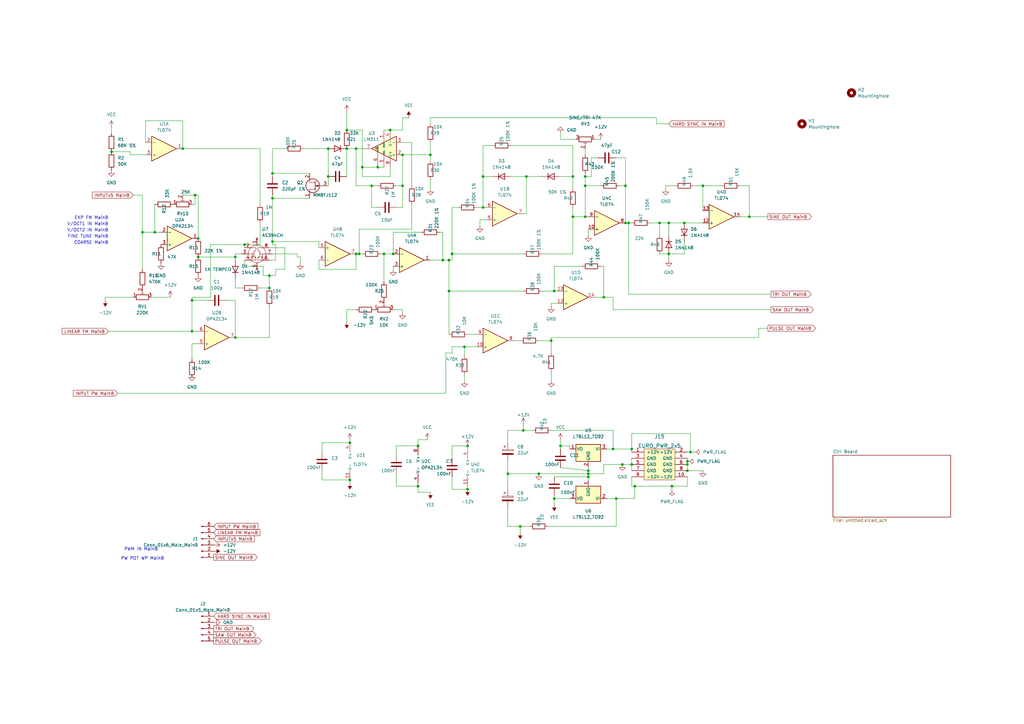
<source format=kicad_sch>
(kicad_sch (version 20211123) (generator eeschema)
  (paper "A3")
  (title_block (title "Eurorack yusynth VCO") (date "2023-02-14"))
  (junction (at 160.02 53.34))
  (junction (at 110.49 113.03))
  (junction (at 146.05 60.96))
  (junction (at 281.94 190.5))
  (junction (at 240.03 72.39))
  (junction (at 257.81 91.44))
  (junction (at 220.98 194.31))
  (junction (at 213.36 215.9))
  (junction (at 226.06 139.7))
  (junction (at 110.49 118.11))
  (junction (at 191.77 200.66))
  (junction (at 165.1 76.2))
  (junction (at 134.62 60.96))
  (junction (at 154.94 68.58))
  (junction (at 185.42 104.14))
  (junction (at 171.45 182.88))
  (junction (at 280.67 91.44))
  (junction (at 45.72 62.23))
  (junction (at 165.1 63.5))
  (junction (at 247.65 121.92))
  (junction (at 81.28 105.41))
  (junction (at 184.15 106.68))
  (junction (at 111.76 71.12))
  (junction (at 81.28 97.79))
  (junction (at 240.03 76.2))
  (junction (at 255.27 190.5))
  (junction (at 288.29 76.2))
  (junction (at 111.76 99.06))
  (junction (at 227.33 204.47))
  (junction (at 307.34 88.9))
  (junction (at 111.76 81.28))
  (junction (at 161.29 104.14))
  (junction (at 148.59 68.58))
  (junction (at 229.87 182.88))
  (junction (at 270.51 91.44))
  (junction (at 198.12 85.09))
  (junction (at 241.3 193.04))
  (junction (at 142.24 60.96))
  (junction (at 274.32 104.14))
  (junction (at 214.63 176.53))
  (junction (at 240.03 88.9))
  (junction (at 241.3 195.58))
  (junction (at 143.51 181.61))
  (junction (at 78.74 123.19))
  (junction (at 234.95 72.39))
  (junction (at 208.28 194.31))
  (junction (at 100.33 100.33))
  (junction (at 260.35 199.39))
  (junction (at 142.24 53.34))
  (junction (at 191.77 182.88))
  (junction (at 281.94 193.04))
  (junction (at 234.95 88.9))
  (junction (at 80.01 80.01))
  (junction (at 241.3 194.31))
  (junction (at 63.5 95.25))
  (junction (at 74.93 60.96))
  (junction (at 275.59 199.39))
  (junction (at 227.33 119.38))
  (junction (at 198.12 72.39))
  (junction (at 146.05 104.14))
  (junction (at 259.08 184.15))
  (junction (at 274.32 91.44))
  (junction (at 58.42 95.25))
  (junction (at 78.74 135.89))
  (junction (at 147.32 104.14))
  (junction (at 184.15 119.38))
  (junction (at 190.5 142.24))
  (junction (at 134.62 72.39))
  (junction (at 251.46 184.15))
  (junction (at 96.52 105.41))
  (junction (at 256.54 76.2))
  (junction (at 256.54 91.44))
  (junction (at 283.21 185.42))
  (junction (at 157.48 104.14))
  (junction (at 143.51 196.85))
  (junction (at 171.45 199.39))
  (junction (at 259.08 190.5))
  (junction (at 252.73 204.47))
  (junction (at 96.52 138.43))
  (junction (at 181.61 106.68))
  (junction (at 215.9 72.39))
  (junction (at 176.53 63.5))
  (junction (at 281.94 189.23))
  (junction (at 152.4 76.2))
  (wire (pts (xy 185.42 200.66) (xy 191.77 200.66)))
  (wire (pts (xy 224.79 215.9) (xy 252.73 215.9)))
  (wire (pts (xy 307.34 88.9) (xy 314.96 88.9)))
  (wire (pts (xy 161.29 95.25) (xy 161.29 104.14)))
  (wire (pts (xy 185.42 187.96) (xy 185.42 182.88)))
  (wire (pts (xy 227.33 204.47) (xy 227.33 207.01)))
  (wire (pts (xy 96.52 123.19) (xy 96.52 138.43)))
  (wire (pts (xy 220.98 194.31) (xy 241.3 194.31)))
  (wire (pts (xy 259.08 195.58) (xy 259.08 199.39)))
  (wire (pts (xy 256.54 91.44) (xy 257.81 91.44)))
  (wire (pts (xy 226.06 176.53) (xy 251.46 176.53)))
  (wire (pts (xy 199.39 90.17) (xy 196.85 90.17)))
  (wire (pts (xy 78.74 140.97) (xy 78.74 147.32)))
  (wire (pts (xy 106.68 60.96) (xy 74.93 60.96)))
  (wire (pts (xy 214.63 104.14) (xy 185.42 104.14)))
  (wire (pts (xy 111.76 81.28) (xy 111.76 99.06)))
  (wire (pts (xy 165.1 85.09) (xy 165.1 76.2)))
  (wire (pts (xy 259.08 190.5) (xy 259.08 193.04)))
  (wire (pts (xy 172.72 95.25) (xy 161.29 95.25)))
  (wire (pts (xy 234.95 59.69) (xy 234.95 72.39)))
  (wire (pts (xy 236.22 57.15) (xy 229.87 57.15)))
  (wire (pts (xy 198.12 72.39) (xy 198.12 85.09)))
  (wire (pts (xy 274.32 91.44) (xy 280.67 91.44)))
  (wire (pts (xy 78.74 123.19) (xy 78.74 135.89)))
  (wire (pts (xy 281.94 195.58) (xy 281.94 199.39)))
  (wire (pts (xy 78.74 121.92) (xy 86.36 121.92)))
  (wire (pts (xy 217.17 215.9) (xy 213.36 215.9)))
  (wire (pts (xy 110.49 125.73) (xy 110.49 138.43)))
  (wire (pts (xy 242.57 72.39) (xy 240.03 72.39)))
  (wire (pts (xy 214.63 87.63) (xy 215.9 87.63)))
  (wire (pts (xy 233.68 182.88) (xy 233.68 184.15)))
  (wire (pts (xy 227.33 109.22) (xy 227.33 119.38)))
  (wire (pts (xy 121.92 104.14) (xy 121.92 105.41)))
  (wire (pts (xy 58.42 95.25) (xy 58.42 110.49)))
  (wire (pts (xy 54.61 121.92) (xy 43.18 121.92)))
  (wire (pts (xy 154.94 68.58) (xy 157.48 68.58)))
  (wire (pts (xy 222.25 104.14) (xy 234.95 104.14)))
  (wire (pts (xy 176.53 58.42) (xy 176.53 63.5)))
  (wire (pts (xy 251.46 127) (xy 251.46 121.92)))
  (wire (pts (xy 234.95 88.9) (xy 240.03 88.9)))
  (wire (pts (xy 81.28 105.41) (xy 96.52 105.41)))
  (wire (pts (xy 62.23 121.92) (xy 69.85 121.92)))
  (wire (pts (xy 288.29 76.2) (xy 288.29 86.36)))
  (wire (pts (xy 107.95 109.22) (xy 107.95 113.03)))
  (wire (pts (xy 220.98 139.7) (xy 226.06 139.7)))
  (wire (pts (xy 185.42 142.24) (xy 190.5 142.24)))
  (wire (pts (xy 227.33 119.38) (xy 228.6 119.38)))
  (wire (pts (xy 288.29 76.2) (xy 295.91 76.2)))
  (wire (pts (xy 80.01 80.01) (xy 81.28 80.01)))
  (wire (pts (xy 227.33 203.2) (xy 227.33 204.47)))
  (wire (pts (xy 148.59 68.58) (xy 148.59 53.34)))
  (wire (pts (xy 241.3 194.31) (xy 247.65 194.31)))
  (wire (pts (xy 147.32 93.98) (xy 147.32 104.14)))
  (wire (pts (xy 171.45 199.39) (xy 171.45 198.12)))
  (wire (pts (xy 185.42 104.14) (xy 185.42 106.68)))
  (wire (pts (xy 274.32 91.44) (xy 274.32 96.52)))
  (wire (pts (xy 187.96 85.09) (xy 185.42 85.09)))
  (wire (pts (xy 307.34 76.2) (xy 307.34 88.9)))
  (wire (pts (xy 228.6 124.46) (xy 226.06 124.46)))
  (wire (pts (xy 241.3 195.58) (xy 241.3 196.85)))
  (wire (pts (xy 154.94 85.09) (xy 152.4 85.09)))
  (wire (pts (xy 168.91 58.42) (xy 168.91 76.2)))
  (wire (pts (xy 116.84 101.6) (xy 116.84 110.49)))
  (wire (pts (xy 196.85 90.17) (xy 196.85 92.71)))
  (wire (pts (xy 185.42 85.09) (xy 185.42 104.14)))
  (wire (pts (xy 58.42 80.01) (xy 58.42 95.25)))
  (wire (pts (xy 96.52 114.3) (xy 96.52 118.11)))
  (wire (pts (xy 259.08 184.15) (xy 259.08 177.8)))
  (wire (pts (xy 146.05 104.14) (xy 146.05 110.49)))
  (wire (pts (xy 208.28 181.61) (xy 208.28 176.53)))
  (wire (pts (xy 190.5 142.24) (xy 190.5 146.05)))
  (wire (pts (xy 303.53 76.2) (xy 307.34 76.2)))
  (wire (pts (xy 242.57 64.77) (xy 242.57 72.39)))
  (wire (pts (xy 233.68 204.47) (xy 227.33 204.47)))
  (wire (pts (xy 213.36 215.9) (xy 213.36 218.44)))
  (wire (pts (xy 303.53 88.9) (xy 307.34 88.9)))
  (wire (pts (xy 165.1 127) (xy 165.1 128.27)))
  (wire (pts (xy 240.03 76.2) (xy 246.38 76.2)))
  (wire (pts (xy 78.74 154.94) (xy 78.74 153.67)))
  (wire (pts (xy 110.49 106.68) (xy 113.03 106.68)))
  (wire (pts (xy 181.61 106.68) (xy 176.53 106.68)))
  (wire (pts (xy 246.38 109.22) (xy 247.65 109.22)))
  (wire (pts (xy 226.06 152.4) (xy 226.06 156.21)))
  (wire (pts (xy 195.58 142.24) (xy 190.5 142.24)))
  (wire (pts (xy 229.87 184.15) (xy 229.87 182.88)))
  (wire (pts (xy 185.42 182.88) (xy 191.77 182.88)))
  (wire (pts (xy 171.45 199.39) (xy 171.45 201.93)))
  (wire (pts (xy 248.92 204.47) (xy 252.73 204.47)))
  (wire (pts (xy 162.56 85.09) (xy 165.1 85.09)))
  (wire (pts (xy 54.61 80.01) (xy 58.42 80.01)))
  (wire (pts (xy 146.05 60.96) (xy 149.86 60.96)))
  (wire (pts (xy 59.69 58.42) (xy 59.69 49.53)))
  (wire (pts (xy 181.61 95.25) (xy 181.61 106.68)))
  (wire (pts (xy 266.7 91.44) (xy 270.51 91.44)))
  (wire (pts (xy 111.76 71.12) (xy 111.76 72.39)))
  (wire (pts (xy 74.93 80.01) (xy 80.01 80.01)))
  (wire (pts (xy 111.76 60.96) (xy 116.84 60.96)))
  (wire (pts (xy 123.19 105.41) (xy 123.19 107.95)))
  (wire (pts (xy 210.82 139.7) (xy 213.36 139.7)))
  (wire (pts (xy 215.9 72.39) (xy 209.55 72.39)))
  (wire (pts (xy 143.51 180.34) (xy 143.51 181.61)))
  (wire (pts (xy 222.25 119.38) (xy 227.33 119.38)))
  (wire (pts (xy 130.81 99.06) (xy 130.81 101.6)))
  (wire (pts (xy 280.67 99.06) (xy 280.67 104.14)))
  (wire (pts (xy 111.76 81.28) (xy 127 81.28)))
  (wire (pts (xy 154.94 68.58) (xy 148.59 68.58)))
  (wire (pts (xy 311.15 134.62) (xy 314.96 134.62)))
  (wire (pts (xy 165.1 76.2) (xy 162.56 76.2)))
  (wire (pts (xy 78.74 83.82) (xy 80.01 83.82)))
  (wire (pts (xy 86.36 121.92) (xy 86.36 100.33)))
  (wire (pts (xy 218.44 176.53) (xy 214.63 176.53)))
  (wire (pts (xy 191.77 200.66) (xy 191.77 199.39)))
  (wire (pts (xy 241.3 191.77) (xy 241.3 193.04)))
  (wire (pts (xy 142.24 60.96) (xy 146.05 60.96)))
  (wire (pts (xy 171.45 180.34) (xy 171.45 182.88)))
  (wire (pts (xy 162.56 199.39) (xy 171.45 199.39)))
  (wire (pts (xy 274.32 104.14) (xy 274.32 106.68)))
  (wire (pts (xy 269.24 48.26) (xy 269.24 50.8)))
  (wire (pts (xy 116.84 110.49) (xy 113.03 110.49)))
  (wire (pts (xy 281.94 190.5) (xy 281.94 193.04)))
  (wire (pts (xy 111.76 60.96) (xy 111.76 71.12)))
  (wire (pts (xy 134.62 60.96) (xy 134.62 72.39)))
  (wire (pts (xy 157.48 53.34) (xy 160.02 53.34)))
  (wire (pts (xy 241.3 193.04) (xy 241.3 194.31)))
  (wire (pts (xy 146.05 76.2) (xy 146.05 60.96)))
  (wire (pts (xy 176.53 48.26) (xy 269.24 48.26)))
  (wire (pts (xy 247.65 121.92) (xy 251.46 121.92)))
  (wire (pts (xy 81.28 80.01) (xy 81.28 97.79)))
  (wire (pts (xy 63.5 95.25) (xy 66.04 95.25)))
  (wire (pts (xy 182.88 144.78) (xy 185.42 144.78)))
  (wire (pts (xy 152.4 85.09) (xy 152.4 76.2)))
  (wire (pts (xy 259.08 199.39) (xy 260.35 199.39)))
  (wire (pts (xy 53.34 63.5) (xy 53.34 62.23)))
  (wire (pts (xy 259.08 177.8) (xy 283.21 177.8)))
  (wire (pts (xy 184.15 106.68) (xy 185.42 106.68)))
  (wire (pts (xy 107.95 113.03) (xy 110.49 113.03)))
  (wire (pts (xy 113.03 106.68) (xy 113.03 100.33)))
  (wire (pts (xy 181.61 106.68) (xy 184.15 106.68)))
  (wire (pts (xy 209.55 59.69) (xy 234.95 59.69)))
  (wire (pts (xy 85.09 123.19) (xy 78.74 123.19)))
  (wire (pts (xy 252.73 215.9) (xy 252.73 204.47)))
  (wire (pts (xy 255.27 190.5) (xy 247.65 190.5)))
  (wire (pts (xy 226.06 124.46) (xy 226.06 125.73)))
  (wire (pts (xy 165.1 63.5) (xy 176.53 63.5)))
  (wire (pts (xy 240.03 71.12) (xy 240.03 72.39)))
  (wire (pts (xy 247.65 109.22) (xy 247.65 121.92)))
  (wire (pts (xy 259.08 185.42) (xy 259.08 184.15)))
  (wire (pts (xy 251.46 127) (xy 316.23 127)))
  (wire (pts (xy 260.35 199.39) (xy 275.59 199.39)))
  (wire (pts (xy 281.94 187.96) (xy 281.94 189.23)))
  (wire (pts (xy 176.53 50.8) (xy 176.53 48.26)))
  (wire (pts (xy 162.56 182.88) (xy 171.45 182.88)))
  (wire (pts (xy 276.86 76.2) (xy 273.05 76.2)))
  (wire (pts (xy 148.59 68.58) (xy 148.59 72.39)))
  (wire (pts (xy 127 71.12) (xy 111.76 71.12)))
  (wire (pts (xy 251.46 184.15) (xy 259.08 184.15)))
  (wire (pts (xy 176.53 66.04) (xy 176.53 63.5)))
  (wire (pts (xy 201.93 59.69) (xy 198.12 59.69)))
  (wire (pts (xy 234.95 88.9) (xy 234.95 104.14)))
  (wire (pts (xy 256.54 64.77) (xy 256.54 76.2)))
  (wire (pts (xy 191.77 137.16) (xy 195.58 137.16)))
  (wire (pts (xy 185.42 144.78) (xy 185.42 142.24)))
  (wire (pts (xy 45.72 54.61) (xy 45.72 52.07)))
  (wire (pts (xy 184.15 119.38) (xy 184.15 137.16)))
  (wire (pts (xy 257.81 91.44) (xy 259.08 91.44)))
  (wire (pts (xy 44.45 135.89) (xy 78.74 135.89)))
  (wire (pts (xy 106.68 91.44) (xy 106.68 100.33)))
  (wire (pts (xy 143.51 198.12) (xy 143.51 196.85)))
  (wire (pts (xy 167.64 48.26) (xy 165.1 48.26)))
  (wire (pts (xy 208.28 208.28) (xy 208.28 215.9)))
  (wire (pts (xy 124.46 60.96) (xy 134.62 60.96)))
  (wire (pts (xy 165.1 58.42) (xy 168.91 58.42)))
  (wire (pts (xy 241.3 93.98) (xy 241.3 96.52)))
  (wire (pts (xy 257.81 120.65) (xy 316.23 120.65)))
  (wire (pts (xy 111.76 100.33) (xy 113.03 100.33)))
  (wire (pts (xy 184.15 119.38) (xy 214.63 119.38)))
  (wire (pts (xy 190.5 153.67) (xy 190.5 156.21)))
  (wire (pts (xy 78.74 135.89) (xy 81.28 135.89)))
  (wire (pts (xy 165.1 48.26) (xy 165.1 53.34)))
  (wire (pts (xy 175.26 180.34) (xy 171.45 180.34)))
  (wire (pts (xy 229.87 182.88) (xy 233.68 182.88)))
  (wire (pts (xy 134.62 72.39) (xy 134.62 76.2)))
  (wire (pts (xy 110.49 113.03) (xy 113.03 113.03)))
  (wire (pts (xy 283.21 177.8) (xy 283.21 185.42)))
  (wire (pts (xy 281.94 189.23) (xy 281.94 190.5)))
  (wire (pts (xy 280.67 91.44) (xy 288.29 91.44)))
  (wire (pts (xy 100.33 100.33) (xy 100.33 101.6)))
  (wire (pts (xy 154.94 76.2) (xy 152.4 76.2)))
  (wire (pts (xy 234.95 72.39) (xy 234.95 77.47)))
  (wire (pts (xy 165.1 53.34) (xy 160.02 53.34)))
  (wire (pts (xy 214.63 173.99) (xy 214.63 176.53)))
  (wire (pts (xy 182.88 144.78) (xy 182.88 161.29)))
  (wire (pts (xy 247.65 121.92) (xy 243.84 121.92)))
  (wire (pts (xy 275.59 199.39) (xy 281.94 199.39)))
  (wire (pts (xy 259.08 187.96) (xy 259.08 190.5)))
  (wire (pts (xy 260.35 204.47) (xy 260.35 199.39)))
  (wire (pts (xy 208.28 176.53) (xy 214.63 176.53)))
  (wire (pts (xy 130.81 99.06) (xy 111.76 99.06)))
  (wire (pts (xy 96.52 138.43) (xy 110.49 138.43)))
  (wire (pts (xy 43.18 121.92) (xy 43.18 123.19)))
  (wire (pts (xy 191.77 182.88) (xy 191.77 184.15)))
  (wire (pts (xy 121.92 105.41) (xy 123.19 105.41)))
  (wire (pts (xy 160.02 72.39) (xy 160.02 68.58)))
  (wire (pts (xy 226.06 139.7) (xy 226.06 144.78)))
  (wire (pts (xy 59.69 63.5) (xy 53.34 63.5)))
  (wire (pts (xy 146.05 110.49) (xy 130.81 110.49)))
  (wire (pts (xy 96.52 104.14) (xy 99.06 104.14)))
  (wire (pts (xy 201.93 72.39) (xy 198.12 72.39)))
  (wire (pts (xy 53.34 62.23) (xy 45.72 62.23)))
  (wire (pts (xy 100.33 100.33) (xy 106.68 100.33)))
  (wire (pts (xy 161.29 127) (xy 165.1 127)))
  (wire (pts (xy 96.52 106.68) (xy 96.52 105.41)))
  (wire (pts (xy 240.03 88.9) (xy 241.3 88.9)))
  (wire (pts (xy 132.08 196.85) (xy 143.51 196.85)))
  (wire (pts (xy 165.1 63.5) (xy 165.1 76.2)))
  (wire (pts (xy 142.24 60.96) (xy 142.24 72.39)))
  (wire (pts (xy 208.28 194.31) (xy 220.98 194.31)))
  (wire (pts (xy 80.01 83.82) (xy 80.01 80.01)))
  (wire (pts (xy 281.94 185.42) (xy 283.21 185.42)))
  (wire (pts (xy 256.54 76.2) (xy 256.54 91.44)))
  (wire (pts (xy 257.81 120.65) (xy 257.81 91.44)))
  (wire (pts (xy 132.08 181.61) (xy 143.51 181.61)))
  (wire (pts (xy 240.03 72.39) (xy 240.03 76.2)))
  (wire (pts (xy 132.08 185.42) (xy 132.08 181.61)))
  (wire (pts (xy 252.73 64.77) (xy 256.54 64.77)))
  (wire (pts (xy 81.28 140.97) (xy 78.74 140.97)))
  (wire (pts (xy 180.34 95.25) (xy 181.61 95.25)))
  (wire (pts (xy 229.87 191.77) (xy 241.3 193.04)))
  (wire (pts (xy 198.12 59.69) (xy 198.12 72.39)))
  (wire (pts (xy 147.32 104.14) (xy 146.05 104.14)))
  (wire (pts (xy 48.26 161.29) (xy 182.88 161.29)))
  (wire (pts (xy 234.95 85.09) (xy 234.95 88.9)))
  (wire (pts (xy 132.08 193.04) (xy 132.08 196.85)))
  (wire (pts (xy 270.51 91.44) (xy 274.32 91.44)))
  (wire (pts (xy 247.65 190.5) (xy 247.65 194.31)))
  (wire (pts (xy 168.91 83.82) (xy 168.91 93.98)))
  (wire (pts (xy 106.68 83.82) (xy 106.68 60.96)))
  (wire (pts (xy 161.29 109.22) (xy 161.29 110.49)))
  (wire (pts (xy 148.59 53.34) (xy 142.24 53.34)))
  (wire (pts (xy 100.33 109.22) (xy 107.95 109.22)))
  (wire (pts (xy 198.12 85.09) (xy 199.39 85.09)))
  (wire (pts (xy 111.76 80.01) (xy 111.76 81.28)))
  (wire (pts (xy 215.9 87.63) (xy 215.9 72.39)))
  (wire (pts (xy 86.36 100.33) (xy 100.33 100.33)))
  (wire (pts (xy 176.53 201.93) (xy 171.45 201.93)))
  (wire (pts (xy 215.9 72.39) (xy 222.25 72.39)))
  (wire (pts (xy 269.24 50.8) (xy 274.32 50.8)))
  (wire (pts (xy 251.46 176.53) (xy 251.46 184.15)))
  (wire (pts (xy 270.51 91.44) (xy 270.51 96.52)))
  (wire (pts (xy 111.76 104.14) (xy 121.92 104.14)))
  (wire (pts (xy 113.03 110.49) (xy 113.03 113.03)))
  (wire (pts (xy 259.08 190.5) (xy 255.27 190.5)))
  (wire (pts (xy 226.06 138.43) (xy 311.15 138.43)))
  (wire (pts (xy 288.29 193.04) (xy 281.94 193.04)))
  (wire (pts (xy 243.84 57.15) (xy 246.38 57.15)))
  (wire (pts (xy 208.28 194.31) (xy 208.28 200.66)))
  (wire (pts (xy 110.49 113.03) (xy 110.49 118.11)))
  (wire (pts (xy 74.93 49.53) (xy 74.93 60.96)))
  (wire (pts (xy 78.74 123.19) (xy 78.74 121.92)))
  (wire (pts (xy 148.59 104.14) (xy 147.32 104.14)))
  (wire (pts (xy 254 76.2) (xy 256.54 76.2)))
  (wire (pts (xy 208.28 189.23) (xy 208.28 194.31)))
  (wire (pts (xy 157.48 104.14) (xy 156.21 104.14)))
  (wire (pts (xy 111.76 99.06) (xy 111.76 100.33)))
  (wire (pts (xy 241.3 194.31) (xy 241.3 195.58)))
  (wire (pts (xy 283.21 185.42) (xy 284.48 185.42)))
  (wire (pts (xy 110.49 101.6) (xy 116.84 101.6)))
  (wire (pts (xy 148.59 72.39) (xy 160.02 72.39)))
  (wire (pts (xy 58.42 95.25) (xy 63.5 95.25)))
  (wire (pts (xy 142.24 45.72) (xy 142.24 53.34)))
  (wire (pts (xy 152.4 76.2) (xy 146.05 76.2)))
  (wire (pts (xy 195.58 85.09) (xy 198.12 85.09)))
  (wire (pts (xy 142.24 127) (xy 142.24 132.08)))
  (wire (pts (xy 184.15 106.68) (xy 184.15 119.38)))
  (wire (pts (xy 311.15 138.43) (xy 311.15 134.62)))
  (wire (pts (xy 248.92 184.15) (xy 251.46 184.15)))
  (wire (pts (xy 162.56 186.69) (xy 162.56 182.88)))
  (wire (pts (xy 229.87 72.39) (xy 234.95 72.39)))
  (wire (pts (xy 96.52 118.11) (xy 99.06 118.11)))
  (wire (pts (xy 106.68 118.11) (xy 110.49 118.11)))
  (wire (pts (xy 273.05 76.2) (xy 273.05 77.47)))
  (wire (pts (xy 229.87 54.61) (xy 229.87 57.15)))
  (wire (pts (xy 227.33 195.58) (xy 241.3 195.58)))
  (wire (pts (xy 168.91 93.98) (xy 147.32 93.98)))
  (wire (pts (xy 275.59 199.39) (xy 275.59 200.66)))
  (wire (pts (xy 176.53 73.66) (xy 176.53 77.47)))
  (wire (pts (xy 185.42 195.58) (xy 185.42 200.66)))
  (wire (pts (xy 284.48 76.2) (xy 288.29 76.2)))
  (wire (pts (xy 240.03 76.2) (xy 240.03 88.9)))
  (wire (pts (xy 252.73 204.47) (xy 260.35 204.47)))
  (wire (pts (xy 100.33 106.68) (xy 100.33 109.22)))
  (wire (pts (xy 238.76 109.22) (xy 227.33 109.22)))
  (wire (pts (xy 270.51 104.14) (xy 274.32 104.14)))
  (wire (pts (xy 130.81 110.49) (xy 130.81 106.68)))
  (wire (pts (xy 161.29 104.14) (xy 157.48 104.14)))
  (wire (pts (xy 146.05 127) (xy 142.24 127)))
  (wire (pts (xy 96.52 104.14) (xy 96.52 105.41)))
  (wire (pts (xy 162.56 194.31) (xy 162.56 199.39)))
  (wire (pts (xy 59.69 49.53) (xy 74.93 49.53)))
  (wire (pts (xy 92.71 123.19) (xy 96.52 123.19)))
  (wire (pts (xy 157.48 104.14) (xy 157.48 115.57)))
  (wire (pts (xy 63.5 83.82) (xy 63.5 95.25)))
  (wire (pts (xy 240.03 60.96) (xy 240.03 63.5)))
  (wire (pts (xy 226.06 138.43) (xy 226.06 139.7)))
  (wire (pts (xy 274.32 104.14) (xy 280.67 104.14)))
  (wire (pts (xy 229.87 180.34) (xy 229.87 182.88)))
  (wire (pts (xy 208.28 215.9) (xy 213.36 215.9)))
  (wire (pts (xy 245.11 64.77) (xy 242.57 64.77)))
  (text "FINE TUNE MainB" (at 44.45 97.79 180) (effects (font (size 1.27 1.27)) (justify right bottom)))
  (text "V/OCT2 IN MainB" (at 44.45 95.25 180) (effects (font (size 1.27 1.27)) (justify right bottom)))
  (text "V/OCT1 IN MainB" (at 44.45 92.71 180) (effects (font (size 1.27 1.27)) (justify right bottom)))
  (text "EXP FM MainB" (at 44.45 90.17 180) (effects (font (size 1.27 1.27)) (justify right bottom)))
  (text "PW POT WP MainB" (at 67.31 229.87 180) (effects (font (size 1.27 1.27)) (justify right bottom)))
  (text "COARSE MainB" (at 44.45 100.33 180) (effects (font (size 1.27 1.27)) (justify right bottom)))
  (text "PWM IN MainB" (at 64.77 226.06 180) (effects (font (size 1.27 1.27)) (justify right bottom)))
  (global_label "HARD SYNC IN MainB" (shape input) (at 87.63 252.73 0) (property "Références Inter-Feuilles" "${INTERSHEET_REFS}" (effects hide)))
  (global_label "LINEAR FM MainB" (shape input) (at 44.45 135.89 180) (property "Références Inter-Feuilles" "${INTERSHEET_REFS}" (effects hide)))
  (global_label "INPUTx5 MainB" (shape input) (at 87.63 220.98 0) (property "Références Inter-Feuilles" "${INTERSHEET_REFS}" (effects hide)))
  (global_label "INPUTx5 MainB" (shape input) (at 54.61 80.01 180) (property "Références Inter-Feuilles" "${INTERSHEET_REFS}" (effects hide)))
  (global_label "SINE OUT MainB" (shape output) (at 314.96 88.9 0) (property "Références Inter-Feuilles" "${INTERSHEET_REFS}" (effects hide)))
  (global_label "HARD SYNC IN MainB" (shape input) (at 274.32 50.8 0) (property "Références Inter-Feuilles" "${INTERSHEET_REFS}" (effects hide)))
  (global_label "SINE OUT MainB" (shape output) (at 87.63 228.6 0) (property "Références Inter-Feuilles" "${INTERSHEET_REFS}" (effects hide)))
  (global_label "SAW OUT MainB" (shape output) (at 87.63 260.35 0) (property "Références Inter-Feuilles" "${INTERSHEET_REFS}" (effects hide)))
  (global_label "INPUT PW MainB" (shape input) (at 48.26 161.29 180) (property "Références Inter-Feuilles" "${INTERSHEET_REFS}" (effects hide)))
  (global_label "SAW OUT MainB" (shape output) (at 316.23 127 0) (property "Références Inter-Feuilles" "${INTERSHEET_REFS}" (effects hide)))
  (global_label "TRI OUT MainB" (shape output) (at 316.23 120.65 0) (property "Références Inter-Feuilles" "${INTERSHEET_REFS}" (effects hide)))
  (global_label "TRI OUT MainB" (shape output) (at 87.63 257.81 0) (property "Références Inter-Feuilles" "${INTERSHEET_REFS}" (effects hide)))
  (global_label "PULSE OUT MainB" (shape output) (at 314.96 134.62 0) (property "Références Inter-Feuilles" "${INTERSHEET_REFS}" (effects hide)))
  (global_label "PULSE OUT MainB" (shape output) (at 87.63 262.89 0) (property "Références Inter-Feuilles" "${INTERSHEET_REFS}" (effects hide)))
  (global_label "LINEAR FM MainB" (shape input) (at 87.63 218.44 0) (property "Références Inter-Feuilles" "${INTERSHEET_REFS}" (effects hide)))
  (global_label "INPUT PW MainB" (shape input) (at 87.63 215.9 0) (property "Références Inter-Feuilles" "${INTERSHEET_REFS}" (effects hide)))
  (symbol (lib_id "Device:R") (at 191.77 85.09 90) (unit 1)
    (property "Reference" "R34" (at 191.77 81.28 0) (effects (justify right)))
    (property "Value" "100K 1%" (at 194.31 74.93 0) (effects (justify right)))
    (property "Footprint" "Resistor_THT:R_Axial_DIN0207_L6.3mm_D2.5mm_P5.08mm_Vertical" (effects hide))
  )
  (symbol (lib_id "Device:R") (at 152.4 104.14 90) (unit 1)
    (property "Reference" "R23" (at 152.4 100.33 0) (effects (justify right)))
    (property "Value" "100K" (at 154.94 96.52 0) (effects (justify right)))
    (property "Footprint" "Resistor_THT:R_Axial_DIN0207_L6.3mm_D2.5mm_P5.08mm_Vertical" (effects hide))
  )
  (symbol (lib_id "power:GND") (at 255.27 190.5 0) (unit 1)
    (property "Reference" "#PWR0101" (effects hide))
    (property "Value" "GND" (at 255.27 195.58 0))
  )
  (symbol (lib_id "power:+12V") (at 87.63 223.52 270) (unit 1)
    (property "Reference" "#PWR040" (effects hide))
    (property "Value" "+12V" (at 91.44 223.5199 90) (effects (justify left)))
  )
  (symbol (lib_id "power:GND") (at 220.98 194.31 0) (unit 1)
    (property "Reference" "#PWR027" (effects hide))
    (property "Value" "GND" (at 220.98 199.39 0))
  )
  (symbol (lib_id "Device:C") (at 248.92 64.77 90) (mirror x) (unit 1)
    (property "Reference" "C12" (at 252.73 62.23 90))
    (property "Value" "47pF" (at 248.92 59.69 90))
    (property "Footprint" "Capacitor_THT:C_Disc_D3.0mm_W2.0mm_P2.50mm" (effects hide))
  )
  (symbol (lib_id "power:GND") (at 273.05 77.47 0) (unit 1)
    (property "Reference" "#PWR035" (effects hide))
    (property "Value" "GND" (at 273.05 82.55 0))
  )
  (symbol (lib_id "Amplifier_Operational:TL074") (at 168.91 106.68 0) (mirror x) (unit 1)
    (property "Reference" "U4" (at 168.91 96.52 0))
    (property "Value" "TL074" (at 168.91 99.06 0))
    (property "Footprint" "Package_DIP:DIP-14_W7.62mm_LongPads" (effects hide))
    (property "Datasheet" "http://www.ti.com/lit/ds/symlink/tl071.pdf" (effects hide))
  )
  (symbol (lib_id "Device:R") (at 218.44 104.14 90) (unit 1)
    (property "Reference" "R37" (at 218.44 100.33 0) (effects (justify right)))
    (property "Value" "100K 1%" (at 220.98 93.98 0) (effects (justify right)))
    (property "Footprint" "Resistor_THT:R_Axial_DIN0207_L6.3mm_D2.5mm_P5.08mm_Vertical" (effects hide))
  )
  (symbol (lib_id "Device:R") (at 176.53 54.61 0) (unit 1)
    (property "Reference" "R29" (at 180.34 54.61 0) (effects (justify right)))
    (property "Value" "10K" (at 181.61 52.07 0) (effects (justify right)))
    (property "Footprint" "Resistor_THT:R_Axial_DIN0207_L6.3mm_D2.5mm_P5.08mm_Vertical" (effects hide))
  )
  (symbol (lib_id "Diode:1N4148") (at 280.67 95.25 90) (unit 1)
    (property "Reference" "D6" (at 283.21 93.9799 90) (effects (justify right)))
    (property "Value" "1N4148" (at 283.21 96.5199 90) (effects (justify right)))
    (property "Footprint" "Diode_THT:D_DO-35_SOD27_P7.62mm_Horizontal" (effects hide))
    (property "Datasheet" "https://assets.nexperia.com/documents/data-sheet/1N4148_1N4448.pdf" (effects hide))
  )
  (symbol (lib_id "power:+12V") (at 246.38 57.15 0) (unit 1)
    (property "Reference" "#PWR034" (effects hide))
    (property "Value" "+12V" (at 246.38 52.07 0))
  )
  (symbol (lib_id "Device:R") (at 217.17 139.7 90) (unit 1)
    (property "Reference" "R36" (at 217.17 135.89 0) (effects (justify right)))
    (property "Value" "10K" (at 219.71 132.08 0) (effects (justify right)))
    (property "Footprint" "Resistor_THT:R_Axial_DIN0207_L6.3mm_D2.5mm_P5.08mm_Vertical" (effects hide))
  )
  (symbol (lib_id "Device:C_Polarized") (at 208.28 204.47 0) (unit 1)
    (property "Reference" "C9" (at 212.09 202.3109 0) (effects (justify left)))
    (property "Value" "22uF" (at 212.09 204.8509 0) (effects (justify left)))
    (property "Footprint" "Capacitor_THT:CP_Radial_D5.0mm_P2.00mm" (effects hide))
  )
  (symbol (lib_id "Device:R") (at 120.65 60.96 90) (unit 1)
    (property "Reference" "R20" (at 120.65 57.15 0) (effects (justify right)))
    (property "Value" "100K" (at 118.11 55.88 0) (effects (justify right)))
    (property "Footprint" "Resistor_THT:R_Axial_DIN0207_L6.3mm_D2.5mm_P5.08mm_Vertical" (effects hide))
  )
  (symbol (lib_id "Connector:Conn_01x05_Male") (at 82.55 257.81 0) (unit 1)
    (property "Reference" "J2" (at 83.185 247.65 0))
    (property "Value" "Conn_01x5_Male_MainB" (at 83.185 250.19 0))
    (property "Footprint" "Connector_PinHeader_2.54mm:PinHeader_1x05_P2.54mm_Vertical" (effects hide))
  )
  (symbol (lib_id "Mechanical:MountingHole") (at 349.25 38.1 0) (unit 1)
    (property "Reference" "H2" (at 351.79 36.8299 0) (effects (justify left)))
    (property "Value" "MountingHole" (at 351.79 39.3699 0) (effects (justify left)))
    (property "Footprint" "MountingHole:MountingHole_3.2mm_M3" (effects hide))
  )
  (symbol (lib_id "power:VCC") (at 229.87 180.34 0) (unit 1)
    (property "Reference" "#PWR032" (effects hide))
    (property "Value" "VCC" (at 229.87 175.26 0))
  )
  (symbol (lib_id "Device:C") (at 162.56 190.5 0) (unit 1)
    (property "Reference" "C6" (at 166.37 189.2299 0) (effects (justify left)))
    (property "Value" "100nF" (at 156.21 193.04 0) (effects (justify left)))
    (property "Footprint" "Capacitor_THT:C_Rect_L7.0mm_W3.5mm_P5.00mm" (effects hide))
  )
  (symbol (lib_id "Device:R_Potentiometer_Trim") (at 74.93 83.82 90) (unit 1)
    (property "Reference" "RV10" (at 74.93 87.63 90))
    (property "Value" "25K" (at 76.2 78.74 90))
    (property "Footprint" "Potentiometer_THT:Potentiometer_Bourns_3266Y_Vertical" (effects hide))
  )
  (symbol (lib_id "power:-12V") (at 43.18 123.19 180) (unit 1)
    (property "Reference" "#PWR01" (effects hide))
    (property "Value" "-12V" (at 43.18 128.27 0))
  )
  (symbol (lib_id "Device:R_Potentiometer_Trim") (at 157.48 127 90) (unit 1)
    (property "Reference" "RV2" (at 157.48 130.81 90))
    (property "Value" "10K" (at 157.48 133.35 90))
    (property "Footprint" "Potentiometer_THT:Potentiometer_Bourns_3266Y_Vertical" (effects hide))
  )
  (symbol (lib_id "power:GND") (at 81.28 113.03 0) (unit 1)
    (property "Reference" "#PWR09" (effects hide))
    (property "Value" "GND" (at 81.28 118.11 0))
  )
  (symbol (lib_id "Device:R") (at 149.86 127 270) (unit 1)
    (property "Reference" "R22" (at 149.86 130.81 0) (effects (justify right)))
    (property "Value" "5K6" (at 152.4 133.35 0) (effects (justify right)))
    (property "Footprint" "Resistor_THT:R_Axial_DIN0207_L6.3mm_D2.5mm_P5.08mm_Vertical" (effects hide))
  )
  (symbol (lib_id "Amplifier_Operational:TL074") (at 203.2 139.7 0) (mirror x) (unit 3)
    (property "Reference" "U1" (at 203.2 129.54 0))
    (property "Value" "TL074" (at 203.2 132.08 0))
    (property "Footprint" "Package_DIP:DIP-14_W7.62mm_LongPads" (effects hide))
    (property "Datasheet" "http://www.ti.com/lit/ds/symlink/tl071.pdf" (effects hide))
  )
  (symbol (lib_id "Device:R") (at 250.19 76.2 90) (unit 1)
    (property "Reference" "R45" (at 248.92 72.39 0) (effects (justify right)))
    (property "Value" "200K 1%" (at 251.46 66.04 0) (effects (justify right)))
    (property "Footprint" "Resistor_THT:R_Axial_DIN0207_L6.3mm_D2.5mm_P5.08mm_Vertical" (effects hide))
  )
  (symbol (lib_id "Amplifier_Operational:TL074") (at 146.05 189.23 0) (unit 5)
    (property "Reference" "U1" (at 146.05 186.69 0) (effects (justify left)))
    (property "Value" "TL074" (at 144.78 190.4999 0) (effects (justify left)))
    (property "Footprint" "Package_DIP:DIP-14_W7.62mm_LongPads" (effects hide))
    (property "Datasheet" "http://www.ti.com/lit/ds/symlink/tl071.pdf" (effects hide))
  )
  (symbol (lib_id "Device:R") (at 220.98 215.9 90) (unit 1)
    (property "Reference" "R39" (at 220.98 212.09 0) (effects (justify right)))
    (property "Value" "10" (at 222.25 210.82 0) (effects (justify right)))
    (property "Footprint" "Resistor_THT:R_Axial_DIN0207_L6.3mm_D2.5mm_P5.08mm_Vertical" (effects hide))
  )
  (symbol (lib_id "Device:R") (at 66.04 104.14 180) (unit 1)
    (property "Reference" "R11" (at 62.23 104.14 0) (effects (justify right)))
    (property "Value" "47K" (at 68.58 105.4099 0) (effects (justify right)))
    (property "Footprint" "Resistor_THT:R_Axial_DIN0207_L6.3mm_D2.5mm_P5.08mm_Vertical" (effects hide))
  )
  (symbol (lib_id "eurorack:EURO_PWR_2x5") (at 270.51 190.5 0) (unit 1)
    (property "Reference" "J15" (at 270.51 179.07 0) (effects (font (size 1.524 1.524))))
    (property "Value" "EURO_PWR_2x5" (at 270.51 182.88 0) (effects (font (size 1.524 1.524))))
    (property "Footprint" "eurorack:Eurorack_power_header" (effects hide))
  )
  (symbol (lib_id "Device:R") (at 168.91 80.01 0) (unit 1)
    (property "Reference" "R28" (at 172.72 80.01 0) (effects (justify right)))
    (property "Value" "10K" (at 173.99 77.47 0) (effects (justify right)))
    (property "Footprint" "Resistor_THT:R_Axial_DIN0207_L6.3mm_D2.5mm_P5.08mm_Vertical" (effects hide))
  )
  (symbol (lib_id "power:PWR_FLAG") (at 284.48 185.42 270) (unit 1)
    (property "Reference" "#FLG03" (effects hide))
    (property "Value" "PWR_FLAG" (at 288.29 185.4199 90) (effects (justify left)))
  )
  (symbol (lib_id "Device:R") (at 222.25 176.53 90) (unit 1)
    (property "Reference" "R40" (at 222.25 172.72 0) (effects (justify right)))
    (property "Value" "10" (at 223.52 171.45 0) (effects (justify right)))
    (property "Footprint" "Resistor_THT:R_Axial_DIN0207_L6.3mm_D2.5mm_P5.08mm_Vertical" (effects hide))
  )
  (symbol (lib_id "Device:C") (at 185.42 191.77 0) (unit 1)
    (property "Reference" "C7" (at 182.88 189.23 0) (effects (justify left)))
    (property "Value" "100nF" (at 179.07 194.31 0) (effects (justify left)))
    (property "Footprint" "Capacitor_THT:C_Rect_L7.0mm_W3.5mm_P5.00mm" (effects hide))
  )
  (symbol (lib_id "Diode:1N4148") (at 226.06 72.39 0) (unit 1)
    (property "Reference" "D4" (at 226.06 66.04 0))
    (property "Value" "1N4148" (at 226.06 68.58 0))
    (property "Footprint" "Diode_THT:D_DO-35_SOD27_P7.62mm_Horizontal" (effects hide))
    (property "Datasheet" "https://assets.nexperia.com/documents/data-sheet/1N4148_1N4448.pdf" (effects hide))
  )
  (symbol (lib_id "Device:R") (at 190.5 149.86 180) (unit 1)
    (property "Reference" "R33" (at 186.69 149.86 0) (effects (justify right)))
    (property "Value" "470K" (at 182.88 147.32 0) (effects (justify right)))
    (property "Footprint" "Resistor_THT:R_Axial_DIN0207_L6.3mm_D2.5mm_P5.08mm_Vertical" (effects hide))
  )
  (symbol (lib_id "power:GND") (at 274.32 106.68 0) (unit 1)
    (property "Reference" "#PWR036" (effects hide))
    (property "Value" "GND" (at 274.32 111.76 0))
  )
  (symbol (lib_id "Device:C") (at 227.33 199.39 0) (unit 1)
    (property "Reference" "C10" (at 231.14 198.1199 0) (effects (justify left)))
    (property "Value" "100nF" (at 229.87 201.93 0) (effects (justify left)))
    (property "Footprint" "Capacitor_THT:C_Rect_L7.0mm_W3.5mm_P5.00mm" (effects hide))
  )
  (symbol (lib_id "power:-12V") (at 142.24 132.08 180) (unit 1)
    (property "Reference" "#PWR012" (effects hide))
    (property "Value" "-12V" (at 144.78 133.3499 0) (effects (justify right)))
  )
  (symbol (lib_id "Device:R") (at 67.31 83.82 270) (unit 1)
    (property "Reference" "R12" (at 67.31 87.63 0) (effects (justify right)))
    (property "Value" "33K" (at 68.5799 81.28 0) (effects (justify right)))
    (property "Footprint" "Resistor_THT:R_Axial_DIN0207_L6.3mm_D2.5mm_P5.08mm_Vertical" (effects hide))
  )
  (symbol (lib_id "Amplifier_Operational:TL074") (at 295.91 88.9 0) (mirror x) (unit 4)
    (property "Reference" "U4" (at 295.91 78.74 0))
    (property "Value" "TL074" (at 295.91 81.28 0))
    (property "Footprint" "Package_DIP:DIP-14_W7.62mm_LongPads" (effects hide))
    (property "Datasheet" "http://www.ti.com/lit/ds/symlink/tl071.pdf" (effects hide))
  )
  (symbol (lib_id "Connector:Conn_01x06_Male") (at 82.55 223.52 0) (mirror x) (unit 1)
    (property "Reference" "J1" (at 81.28 220.9799 0) (effects (justify right)))
    (property "Value" "Conn_01x6_Male_MainB" (at 81.28 223.5199 0) (effects (justify right)))
    (property "Footprint" "Connector_PinHeader_2.54mm:PinHeader_1x06_P2.54mm_Vertical" (effects hide))
  )
  (symbol (lib_id "power:GND") (at 45.72 69.85 0) (unit 1)
    (property "Reference" "#PWR03" (effects hide))
    (property "Value" "GND" (at 45.72 74.93 0))
  )
  (symbol (lib_id "power:GND") (at 161.29 110.49 0) (unit 1)
    (property "Reference" "#PWR015" (effects hide))
    (property "Value" "GND" (at 161.29 115.57 0))
  )
  (symbol (lib_id "Device:C") (at 111.76 76.2 180) (unit 1)
    (property "Reference" "C2" (at 115.57 74.9299 0) (effects (justify right)))
    (property "Value" "220pF 1%" (at 115.57 77.4699 0) (effects (justify right)))
    (property "Footprint" "Capacitor_THT:C_Axial_L3.8mm_D2.6mm_P10.00mm_Horizontal" (effects hide))
  )
  (symbol (lib_id "Device:R") (at 157.48 119.38 180) (unit 1)
    (property "Reference" "R26" (at 153.67 119.38 0) (effects (justify right)))
    (property "Value" "100K" (at 149.86 116.84 0) (effects (justify right)))
    (property "Footprint" "Resistor_THT:R_Axial_DIN0207_L6.3mm_D2.5mm_P5.08mm_Vertical" (effects hide))
  )
  (symbol (lib_id "power:GND") (at 226.06 125.73 0) (unit 1)
    (property "Reference" "#PWR028" (effects hide))
    (property "Value" "GND" (at 226.06 130.81 0))
  )
  (symbol (lib_id "power:GND") (at 241.3 96.52 0) (unit 1)
    (property "Reference" "#PWR033" (effects hide))
    (property "Value" "GND" (at 241.3 101.6 0))
  )
  (symbol (lib_id "Device:C_Polarized") (at 208.28 185.42 0) (unit 1)
    (property "Reference" "C8" (at 212.09 183.2609 0) (effects (justify left)))
    (property "Value" "22uF" (at 212.09 185.8009 0) (effects (justify left)))
    (property "Footprint" "Capacitor_THT:CP_Radial_D5.0mm_P2.00mm" (effects hide))
  )
  (symbol (lib_id "Device:C") (at 229.87 187.96 0) (unit 1)
    (property "Reference" "C11" (at 233.68 186.6899 0) (effects (justify left)))
    (property "Value" "100nF" (at 223.52 190.5 0) (effects (justify left)))
    (property "Footprint" "Capacitor_THT:C_Rect_L7.0mm_W3.5mm_P5.00mm" (effects hide))
  )
  (symbol (lib_id "Amplifier_Operational:TL074") (at 248.92 91.44 0) (mirror x) (unit 3)
    (property "Reference" "U4" (at 248.92 81.28 0))
    (property "Value" "TL074" (at 248.92 83.82 0))
    (property "Footprint" "Package_DIP:DIP-14_W7.62mm_LongPads" (effects hide))
    (property "Datasheet" "http://www.ti.com/lit/ds/symlink/tl071.pdf" (effects hide))
  )
  (symbol (lib_id "Diode:1N4148") (at 96.52 110.49 90) (unit 1)
    (property "Reference" "D1" (at 99.06 109.2199 90) (effects (justify right)))
    (property "Value" "1N4148" (at 99.06 111.7599 90) (effects (justify right)))
    (property "Footprint" "Diode_THT:D_DO-35_SOD27_P7.62mm_Horizontal" (effects hide))
    (property "Datasheet" "https://assets.nexperia.com/documents/data-sheet/1N4148_1N4448.pdf" (effects hide))
  )
  (symbol (lib_id "Device:R") (at 242.57 109.22 90) (unit 1)
    (property "Reference" "R44" (at 242.57 105.41 0) (effects (justify right)))
    (property "Value" "100K" (at 245.11 101.6 0) (effects (justify right)))
    (property "Footprint" "Resistor_THT:R_Axial_DIN0207_L6.3mm_D2.5mm_P5.08mm_Vertical" (effects hide))
  )
  (symbol (lib_id "power:GND") (at 165.1 128.27 0) (unit 1)
    (property "Reference" "#PWR017" (effects hide))
    (property "Value" "GND" (at 165.1 133.35 0))
  )
  (symbol (lib_id "Amplifier_Operational:OPA2134") (at 73.66 97.79 0) (mirror x) (unit 1)
    (property "Reference" "U2" (at 73.66 90.17 0))
    (property "Value" "OPA2134" (at 74.93 92.71 0))
    (property "Footprint" "Package_DIP:DIP-8_W7.62mm_Socket_LongPads" (effects hide))
    (property "Datasheet" "http://www.ti.com/lit/ds/symlink/opa134.pdf" (effects hide))
  )
  (symbol (lib_id "power:+12V") (at 214.63 173.99 0) (unit 1)
    (property "Reference" "#PWR026" (effects hide))
    (property "Value" "+12V" (at 214.63 170.18 0))
  )
  (symbol (lib_id "Device:R") (at 299.72 76.2 90) (unit 1)
    (property "Reference" "R51" (at 299.72 72.39 0) (effects (justify right)))
    (property "Value" "15K" (at 302.26 68.58 0) (effects (justify right)))
    (property "Footprint" "Resistor_THT:R_Axial_DIN0207_L6.3mm_D2.5mm_P5.08mm_Vertical" (effects hide))
  )
  (symbol (lib_id "Device:R") (at 270.51 100.33 180) (unit 1)
    (property "Reference" "R48" (at 266.7 100.33 0) (effects (justify right)))
    (property "Value" "22K" (at 260.35 97.79 0) (effects (justify right)))
    (property "Footprint" "Resistor_THT:R_Axial_DIN0207_L6.3mm_D2.5mm_P5.08mm_Vertical" (effects hide))
  )
  (symbol (lib_id "power:GND") (at 78.74 153.67 0) (unit 1)
    (property "Reference" "#PWR08" (effects hide))
    (property "Value" "GND" (at 78.74 158.75 0))
  )
  (symbol (lib_id "Amplifier_Operational:TL074") (at 236.22 121.92 0) (mirror x) (unit 4)
    (property "Reference" "U1" (at 236.22 111.76 0))
    (property "Value" "TL074" (at 236.22 114.3 0))
    (property "Footprint" "Package_DIP:DIP-14_W7.62mm_LongPads" (effects hide))
    (property "Datasheet" "http://www.ti.com/lit/ds/symlink/tl071.pdf" (effects hide))
  )
  (symbol (lib_id "Device:R") (at 45.72 66.04 180) (unit 1)
    (property "Reference" "R2" (at 48.26 64.7699 0) (effects (justify right)))
    (property "Value" "50K" (at 48.26 67.3099 0) (effects (justify right)))
    (property "Footprint" "Resistor_THT:R_Axial_DIN0207_L6.3mm_D2.5mm_P5.08mm_Vertical" (effects hide))
  )
  (symbol (lib_id "Device:R") (at 234.95 81.28 180) (unit 1)
    (property "Reference" "R42" (at 231.14 81.28 0) (effects (justify right)))
    (property "Value" "50K 1%" (at 224.79 78.74 0) (effects (justify right)))
    (property "Footprint" "Resistor_THT:R_Axial_DIN0207_L6.3mm_D2.5mm_P5.08mm_Vertical" (effects hide))
  )
  (symbol (lib_id "Amplifier_Operational:OPA2134") (at 173.99 190.5 0) (unit 3)
    (property "Reference" "U2" (at 172.72 189.2299 0) (effects (justify left)))
    (property "Value" "OPA2134" (at 172.72 191.7699 0) (effects (justify left)))
    (property "Footprint" "Package_DIP:DIP-8_W7.62mm_Socket_LongPads" (effects hide))
    (property "Datasheet" "http://www.ti.com/lit/ds/symlink/opa134.pdf" (effects hide))
  )
  (symbol (lib_id "power:-12V") (at 213.36 218.44 180) (unit 1)
    (property "Reference" "#PWR025" (effects hide))
    (property "Value" "-12V" (at 213.36 223.52 0))
  )
  (symbol (lib_id "Regulator_Linear:L78L12_TO92") (at 241.3 184.15 0) (mirror y) (unit 1)
    (property "Reference" "U5" (at 241.3 176.53 0))
    (property "Value" "L78L12_TO92" (at 241.3 179.07 0))
    (property "Footprint" "Package_TO_SOT_THT:TO-92L_HandSolder" (effects hide))
    (property "Datasheet" "http://www.st.com/content/ccc/resource/technical/document/datasheet/15/55/e5/aa/23/5b/43/fd/CD00000446.pdf/files/CD00000446.pdf/jcr:content/translations/en.CD00000446.pdf" (effects hide))
  )
  (symbol (lib_id "Device:R") (at 240.03 67.31 0) (unit 1)
    (property "Reference" "R43" (at 243.84 67.31 0) (effects (justify right)))
    (property "Value" "150K" (at 247.65 68.58 0) (effects (justify right)))
    (property "Footprint" "Resistor_THT:R_Axial_DIN0207_L6.3mm_D2.5mm_P5.08mm_Vertical" (effects hide))
  )
  (symbol (lib_id "power:VEE") (at 167.64 48.26 0) (unit 1)
    (property "Reference" "#PWR016" (effects hide))
    (property "Value" "VEE" (at 167.64 43.18 0))
  )
  (symbol (lib_id "power:GND") (at 176.53 77.47 0) (unit 1)
    (property "Reference" "#PWR020" (effects hide))
    (property "Value" "GND" (at 176.53 82.55 0))
  )
  (symbol (lib_id "power:PWR_FLAG") (at 275.59 200.66 180) (unit 1)
    (property "Reference" "#FLG02" (effects hide))
    (property "Value" "PWR_FLAG" (at 275.59 205.74 0))
  )
  (symbol (lib_id "Device:R") (at 280.67 76.2 90) (unit 1)
    (property "Reference" "R49" (at 280.67 72.39 0) (effects (justify right)))
    (property "Value" "1.5K" (at 283.21 68.58 0) (effects (justify right)))
    (property "Footprint" "Resistor_THT:R_Axial_DIN0207_L6.3mm_D2.5mm_P5.08mm_Vertical" (effects hide))
  )
  (symbol (lib_id "Device:R_Potentiometer_Trim") (at 58.42 121.92 90) (unit 1)
    (property "Reference" "RV1" (at 58.42 125.73 90))
    (property "Value" "220K" (at 58.42 128.27 90))
    (property "Footprint" "Potentiometer_THT:Potentiometer_Bourns_3266Y_Vertical" (effects hide))
  )
  (symbol (lib_id "Device:R") (at 58.42 114.3 180) (unit 1)
    (property "Reference" "R10" (at 60.96 113.0299 0) (effects (justify right)))
    (property "Value" "470K" (at 60.96 115.5699 0) (effects (justify right)))
    (property "Footprint" "Resistor_THT:R_Axial_DIN0207_L6.3mm_D2.5mm_P5.08mm_Vertical" (effects hide))
  )
  (symbol (lib_id "power:GND") (at 123.19 107.95 0) (unit 1)
    (property "Reference" "#PWR010" (effects hide))
    (property "Value" "GND" (at 123.19 113.03 0))
  )
  (symbol (lib_id "Device:R") (at 81.28 109.22 180) (unit 1)
    (property "Reference" "R16" (at 77.47 109.22 0) (effects (justify right)))
    (property "Value" "1K TEMPCO" (at 83.82 110.4899 0) (effects (justify right)))
    (property "Footprint" "Resistor_THT:R_Axial_DIN0207_L6.3mm_D2.5mm_P5.08mm_Vertical" (effects hide))
  )
  (symbol (lib_id "power:GND") (at 229.87 54.61 180) (unit 1)
    (property "Reference" "#PWR031" (effects hide))
    (property "Value" "GND" (at 232.41 53.3399 0) (effects (justify right)))
  )
  (symbol (lib_id "Comparator:LM311") (at 157.48 60.96 180) (unit 1)
    (property "Reference" "U3" (at 152.4 54.61 0))
    (property "Value" "LM311" (at 152.4 57.15 0))
    (property "Footprint" "Package_DIP:DIP-8_W7.62mm_Socket_LongPads" (effects hide))
    (property "Datasheet" "https://www.st.com/resource/en/datasheet/lm311.pdf" (effects hide))
  )
  (symbol (lib_id "Device:C") (at 158.75 85.09 270) (mirror x) (unit 1)
    (property "Reference" "C5" (at 154.94 87.63 90))
    (property "Value" "10pF" (at 158.75 90.17 90))
    (property "Footprint" "Capacitor_THT:C_Disc_D3.0mm_W2.0mm_P2.50mm" (effects hide))
  )
  (symbol (lib_id "power:GND") (at 196.85 92.71 0) (unit 1)
    (property "Reference" "#PWR024" (effects hide))
    (property "Value" "GND" (at 196.85 97.79 0))
  )
  (symbol (lib_id "Amplifier_Operational:TL074") (at 138.43 104.14 0) (unit 2)
    (property "Reference" "U4" (at 138.43 93.98 0))
    (property "Value" "TL074" (at 138.43 96.52 0))
    (property "Footprint" "Package_DIP:DIP-14_W7.62mm_LongPads" (effects hide))
    (property "Datasheet" "http://www.ti.com/lit/ds/symlink/tl071.pdf" (effects hide))
  )
  (symbol (lib_id "Device:R") (at 205.74 59.69 90) (unit 1)
    (property "Reference" "R35" (at 205.74 55.88 0) (effects (justify right)))
    (property "Value" "100K 1%" (at 208.28 49.53 0) (effects (justify right)))
    (property "Footprint" "Resistor_THT:R_Axial_DIN0207_L6.3mm_D2.5mm_P5.08mm_Vertical" (effects hide))
  )
  (symbol (lib_id "Device:R") (at 78.74 151.13 0) (unit 1)
    (property "Reference" "R14" (at 82.55 151.13 0) (effects (justify right)))
    (property "Value" "100K" (at 86.36 148.59 0) (effects (justify right)))
    (property "Footprint" "Resistor_THT:R_Axial_DIN0207_L6.3mm_D2.5mm_P5.08mm_Vertical" (effects hide))
  )
  (symbol (lib_id "Amplifier_Operational:OPA2134") (at 88.9 138.43 0) (mirror x) (unit 2)
    (property "Reference" "U2" (at 88.9 128.27 0))
    (property "Value" "OPA2134" (at 88.9 130.81 0))
    (property "Footprint" "Package_DIP:DIP-8_W7.62mm_Socket_LongPads" (effects hide))
    (property "Datasheet" "http://www.ti.com/lit/ds/symlink/opa134.pdf" (effects hide))
  )
  (symbol (lib_id "Device:R") (at 226.06 148.59 180) (unit 1)
    (property "Reference" "R41" (at 222.25 148.59 0) (effects (justify right)))
    (property "Value" "4.7K" (at 218.44 146.05 0) (effects (justify right)))
    (property "Footprint" "Resistor_THT:R_Axial_DIN0207_L6.3mm_D2.5mm_P5.08mm_Vertical" (effects hide))
  )
  (symbol (lib_id "power:+12V") (at 143.51 180.34 0) (unit 1)
    (property "Reference" "#PWR013" (effects hide))
    (property "Value" "+12V" (at 143.51 175.26 0))
  )
  (symbol (lib_id "power:+12V") (at 191.77 182.88 0) (unit 1)
    (property "Reference" "#PWR022" (effects hide))
    (property "Value" "+12V" (at 191.77 179.07 0))
  )
  (symbol (lib_id "Device:R") (at 176.53 69.85 0) (unit 1)
    (property "Reference" "R30" (at 180.34 69.85 0) (effects (justify right)))
    (property "Value" "10K" (at 181.61 67.31 0) (effects (justify right)))
    (property "Footprint" "Resistor_THT:R_Axial_DIN0207_L6.3mm_D2.5mm_P5.08mm_Vertical" (effects hide))
  )
  (symbol (lib_id "Device:R") (at 102.87 118.11 270) (unit 1)
    (property "Reference" "R17" (at 102.87 121.92 0) (effects (justify right)))
    (property "Value" "1M" (at 105.41 123.19 0) (effects (justify right)))
    (property "Footprint" "Resistor_THT:R_Axial_DIN0207_L6.3mm_D2.5mm_P5.08mm_Vertical" (effects hide))
  )
  (symbol (lib_id "Device:C") (at 132.08 189.23 0) (unit 1)
    (property "Reference" "C3" (at 135.89 187.9599 0) (effects (justify left)))
    (property "Value" "100nF" (at 125.73 191.77 0) (effects (justify left)))
    (property "Footprint" "Capacitor_THT:C_Rect_L7.0mm_W3.5mm_P5.00mm" (effects hide))
  )
  (symbol (lib_id "power:GND") (at 190.5 156.21 0) (unit 1)
    (property "Reference" "#PWR021" (effects hide))
    (property "Value" "GND" (at 190.5 161.29 0))
  )
  (symbol (lib_id "Diode:1N4148") (at 205.74 72.39 0) (unit 1)
    (property "Reference" "D3" (at 205.74 66.04 0))
    (property "Value" "1N4148" (at 205.74 68.58 0))
    (property "Footprint" "Diode_THT:D_DO-35_SOD27_P7.62mm_Horizontal" (effects hide))
    (property "Datasheet" "https://assets.nexperia.com/documents/data-sheet/1N4148_1N4448.pdf" (effects hide))
  )
  (symbol (lib_id "Device:R") (at 142.24 57.15 0) (unit 1)
    (property "Reference" "R21" (at 146.05 57.15 0) (effects (justify right)))
    (property "Value" "33K" (at 147.32 54.61 0) (effects (justify right)))
    (property "Footprint" "Resistor_THT:R_Axial_DIN0207_L6.3mm_D2.5mm_P5.08mm_Vertical" (effects hide))
  )
  (symbol (lib_id "Diode:1N4148") (at 138.43 60.96 180) (unit 1)
    (property "Reference" "D2" (at 138.43 54.61 0))
    (property "Value" "1N4148" (at 135.89 57.15 0))
    (property "Footprint" "Diode_THT:D_DO-35_SOD27_P7.62mm_Horizontal" (effects hide))
    (property "Datasheet" "https://assets.nexperia.com/documents/data-sheet/1N4148_1N4448.pdf" (effects hide))
  )
  (symbol (lib_id "Transistor_FET:MMBFJ112") (at 129.54 76.2 180) (unit 1)
    (property "Reference" "Q2" (at 124.46 74.9299 0) (effects (justify left)))
    (property "Value" "MMBFJ112" (at 138.43 80.01 0) (effects (justify left)))
    (property "Footprint" "Package_TO_SOT_THT:TO-92L_HandSolder" (effects hide))
    (property "Datasheet" "https://www.onsemi.com/pub/Collateral/MMBFJ113-D.PDF" (effects hide))
  )
  (symbol (lib_id "power:PWR_FLAG") (at 281.94 189.23 270) (unit 1)
    (property "Reference" "#FLG0101" (effects hide))
    (property "Value" "PWR_FLAG" (at 285.75 189.2299 90) (effects (justify left)))
  )
  (symbol (lib_id "power:VCC") (at 142.24 45.72 0) (unit 1)
    (property "Reference" "#PWR011" (effects hide))
    (property "Value" "VCC" (at 142.24 40.64 0))
  )
  (symbol (lib_id "Device:R") (at 110.49 121.92 0) (unit 1)
    (property "Reference" "R19" (at 114.3 121.92 0) (effects (justify right)))
    (property "Value" "10K" (at 115.57 119.38 0) (effects (justify right)))
    (property "Footprint" "Resistor_THT:R_Axial_DIN0207_L6.3mm_D2.5mm_P5.08mm_Vertical" (effects hide))
  )
  (symbol (lib_id "power:-12V") (at 87.63 226.06 270) (unit 1)
    (property "Reference" "#PWR041" (effects hide))
    (property "Value" "-12V" (at 91.44 226.0599 90) (effects (justify left)))
  )
  (symbol (lib_id "power:VCC") (at 175.26 180.34 0) (unit 1)
    (property "Reference" "#PWR018" (effects hide))
    (property "Value" "VCC" (at 175.26 175.26 0))
  )
  (symbol (lib_id "Device:R") (at 218.44 119.38 90) (unit 1)
    (property "Reference" "R38" (at 218.44 115.57 0) (effects (justify right)))
    (property "Value" "100K" (at 220.98 111.76 0) (effects (justify right)))
    (property "Footprint" "Resistor_THT:R_Axial_DIN0207_L6.3mm_D2.5mm_P5.08mm_Vertical" (effects hide))
  )
  (symbol (lib_id "Regulator_Linear:L79L12_TO92") (at 241.3 204.47 0) (mirror y) (unit 1)
    (property "Reference" "U6" (at 241.3 209.55 0))
    (property "Value" "L79L12_TO92" (at 241.3 212.09 0))
    (property "Footprint" "Package_TO_SOT_THT:TO-92L_HandSolder" (effects hide))
    (property "Datasheet" "http://www.farnell.com/datasheets/1827870.pdf" (effects hide))
  )
  (symbol (lib_id "power:GND") (at 66.04 107.95 0) (unit 1)
    (property "Reference" "#PWR06" (effects hide))
    (property "Value" "GND" (at 66.04 113.03 0))
  )
  (symbol (lib_id "Device:R") (at 106.68 87.63 0) (unit 1)
    (property "Reference" "R18" (at 110.49 87.63 0) (effects (justify right)))
    (property "Value" "1M" (at 111.76 85.09 0) (effects (justify right)))
    (property "Footprint" "Resistor_THT:R_Axial_DIN0207_L6.3mm_D2.5mm_P5.08mm_Vertical" (effects hide))
  )
  (symbol (lib_id "Device:R") (at 262.89 91.44 90) (unit 1)
    (property "Reference" "R47" (at 262.89 87.63 0) (effects (justify right)))
    (property "Value" "150K" (at 265.43 81.28 0) (effects (justify right)))
    (property "Footprint" "Resistor_THT:R_Axial_DIN0207_L6.3mm_D2.5mm_P5.08mm_Vertical" (effects hide))
  )
  (symbol (lib_id "Device:R") (at 81.28 101.6 180) (unit 1)
    (property "Reference" "R15" (at 77.47 101.6 0) (effects (justify right)))
    (property "Value" "22K 1%" (at 83.82 102.8699 0) (effects (justify right)))
    (property "Footprint" "Resistor_THT:R_Axial_DIN0207_L6.3mm_D2.5mm_P5.08mm_Vertical" (effects hide))
  )
  (symbol (lib_id "Amplifier_Operational:TL074") (at 207.01 87.63 0) (mirror x) (unit 2)
    (property "Reference" "U1" (at 207.01 77.47 0))
    (property "Value" "TL074" (at 207.01 80.01 0))
    (property "Footprint" "Package_DIP:DIP-14_W7.62mm_LongPads" (effects hide))
    (property "Datasheet" "http://www.ti.com/lit/ds/symlink/tl071.pdf" (effects hide))
  )
  (symbol (lib_id "Device:R_Potentiometer_Trim") (at 240.03 57.15 270) (unit 1)
    (property "Reference" "RV3" (at 240.03 50.8 90))
    (property "Value" "SINE/TRI 47K" (at 240.03 48.26 90))
    (property "Footprint" "Potentiometer_THT:Potentiometer_Bourns_3266Y_Vertical" (effects hide))
  )
  (symbol (lib_id "Amplifier_Operational:TL074") (at 194.31 191.77 0) (unit 5)
    (property "Reference" "U4" (at 193.04 190.4999 0) (effects (justify left)))
    (property "Value" "TL074" (at 193.04 193.0399 0) (effects (justify left)))
    (property "Footprint" "Package_DIP:DIP-14_W7.62mm_LongPads" (effects hide))
    (property "Datasheet" "http://www.ti.com/lit/ds/symlink/tl071.pdf" (effects hide))
  )
  (symbol (lib_id "power:-12V") (at 191.77 200.66 180) (unit 1)
    (property "Reference" "#PWR023" (effects hide))
    (property "Value" "-12V" (at 191.77 205.74 0))
  )
  (symbol (lib_id "power:-12V") (at 143.51 198.12 180) (unit 1)
    (property "Reference" "#PWR014" (effects hide))
    (property "Value" "-12V" (at 143.51 203.2 0))
  )
  (symbol (lib_id "Device:C") (at 88.9 123.19 90) (unit 1)
    (property "Reference" "C1" (at 88.9 115.57 90))
    (property "Value" "100p" (at 88.9 118.11 90))
    (property "Footprint" "Capacitor_THT:C_Disc_D3.0mm_W1.6mm_P2.50mm" (effects hide))
  )
  (symbol (lib_id "Device:C") (at 138.43 72.39 270) (unit 1)
    (property "Reference" "C4" (at 138.43 64.77 90))
    (property "Value" "47pF" (at 138.43 67.31 90))
    (property "Footprint" "Capacitor_THT:C_Disc_D3.0mm_W2.0mm_P2.50mm" (effects hide))
  )
  (symbol (lib_id "Amplifier_Operational:TL074") (at 67.31 60.96 0) (mirror x) (unit 1)
    (property "Reference" "U1" (at 67.31 50.8 0))
    (property "Value" "TL074" (at 67.31 53.34 0))
    (property "Footprint" "Package_DIP:DIP-14_W7.62mm_LongPads" (effects hide))
    (property "Datasheet" "http://www.ti.com/lit/ds/symlink/tl071.pdf" (effects hide))
  )
  (symbol (lib_id "power:VEE") (at 176.53 201.93 180) (unit 1)
    (property "Reference" "#PWR019" (effects hide))
    (property "Value" "VEE" (at 176.53 207.01 0))
  )
  (symbol (lib_id "Device:R") (at 45.72 58.42 180) (unit 1)
    (property "Reference" "R1" (at 48.26 57.1499 0) (effects (justify right)))
    (property "Value" "68K 5%" (at 48.26 59.6899 0) (effects (justify right)))
    (property "Footprint" "Resistor_THT:R_Axial_DIN0207_L6.3mm_D2.5mm_P5.08mm_Vertical" (effects hide))
  )
  (symbol (lib_id "Mechanical:MountingHole") (at 328.93 50.8 0) (unit 1)
    (property "Reference" "H1" (at 331.47 49.5299 0) (effects (justify left)))
    (property "Value" "MountingHole" (at 331.47 52.0699 0) (effects (justify left)))
    (property "Footprint" "MountingHole:MountingHole_3.2mm_M3" (effects hide))
  )
  (symbol (lib_id "Transistor_BJT:AS394CH") (at 105.41 104.14 0) (unit 1)
    (property "Reference" "U7" (at 107.4294 93.98 0) (effects (justify left)))
    (property "Value" "AS394CH" (at 107.4294 96.52 0) (effects (justify left)))
    (property "Footprint" "Package_TO_SOT_THT:TO-5-8" (effects hide))
  )
  (symbol (lib_id "power:VCC") (at 45.72 52.07 0) (unit 1)
    (property "Reference" "#PWR02" (effects hide))
    (property "Value" "VCC" (at 45.72 46.99 0))
  )
  (symbol (lib_id "power:GND") (at 226.06 156.21 0) (unit 1)
    (property "Reference" "#PWR029" (effects hide))
    (property "Value" "GND" (at 226.06 161.29 0))
  )
  (symbol (lib_id "power:GND") (at 288.29 193.04 0) (unit 1)
    (property "Reference" "#PWR037" (effects hide))
    (property "Value" "GND" (at 288.29 198.12 0))
  )
  (symbol (lib_id "power:+12V") (at 69.85 121.92 0) (unit 1)
    (property "Reference" "#PWR07" (effects hide))
    (property "Value" "+12V" (at 69.85 116.84 0))
  )
  (symbol (lib_id "power:GND") (at 87.63 255.27 90) (unit 1)
    (property "Reference" "#PWR039" (effects hide))
    (property "Value" "GND" (at 91.44 255.2699 90) (effects (justify right)))
  )
  (symbol (lib_id "Diode:1N4148") (at 274.32 100.33 270) (unit 1)
    (property "Reference" "D5" (at 276.86 99.0599 90) (effects (justify left)))
    (property "Value" "1N4148" (at 276.86 101.5999 90) (effects (justify left)))
    (property "Footprint" "Diode_THT:D_DO-35_SOD27_P7.62mm_Horizontal" (effects hide))
    (property "Datasheet" "https://assets.nexperia.com/documents/data-sheet/1N4148_1N4448.pdf" (effects hide))
  )
  (symbol (lib_id "Device:R") (at 158.75 76.2 270) (unit 1)
    (property "Reference" "R27" (at 158.75 80.01 0) (effects (justify right)))
    (property "Value" "1M" (at 161.29 81.28 0) (effects (justify right)))
    (property "Footprint" "Resistor_THT:R_Axial_DIN0207_L6.3mm_D2.5mm_P5.08mm_Vertical" (effects hide))
  )
  (symbol (lib_id "Device:R") (at 176.53 95.25 90) (unit 1)
    (property "Reference" "R31" (at 176.53 91.44 0) (effects (justify right)))
    (property "Value" "220K 1%" (at 179.07 85.09 0) (effects (justify right)))
    (property "Footprint" "Resistor_THT:R_Axial_DIN0207_L6.3mm_D2.5mm_P5.08mm_Vertical" (effects hide))
  )
  (symbol (lib_id "power:VEE") (at 227.33 207.01 180) (unit 1)
    (property "Reference" "#PWR030" (effects hide))
    (property "Value" "VEE" (at 227.33 212.09 0))
  )
  (symbol (lib_id "Device:R") (at 187.96 137.16 90) (unit 1)
    (property "Reference" "R32" (at 187.96 133.35 0) (effects (justify right)))
    (property "Value" "10K" (at 190.5 129.54 0) (effects (justify right)))
    (property "Footprint" "Resistor_THT:R_Axial_DIN0207_L6.3mm_D2.5mm_P5.08mm_Vertical" (effects hide))
  )
  (sheet (at 341.63 186.69) (size 48.26 25.4) (stroke (width 0.1524))
    (property "Sheet name" "Ctrl Board" (at 341.63 185.9784 0) (effects (justify left bottom)))
    (property "Sheet file" "untitled.kicad_sch" (at 341.63 212.6746 0) (effects (justify left top)))
  )
)
</source>
